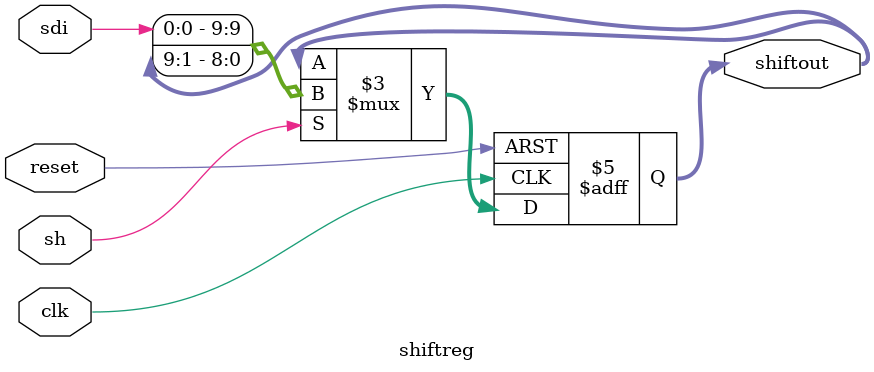
<source format=v>
`timescale 1ns / 1ps
module shiftreg(clk, reset, sh, sdi, shiftout);
	input clk, reset, sh, sdi; 
	output reg [9:0] shiftout; 
	
	always @(posedge clk, posedge reset)
		if (reset)	shiftout <= 10'b0 ; 
		else if (sh) shiftout <={sdi, shiftout[9:1]};
		else shiftout <= shiftout ;
	

endmodule

</source>
